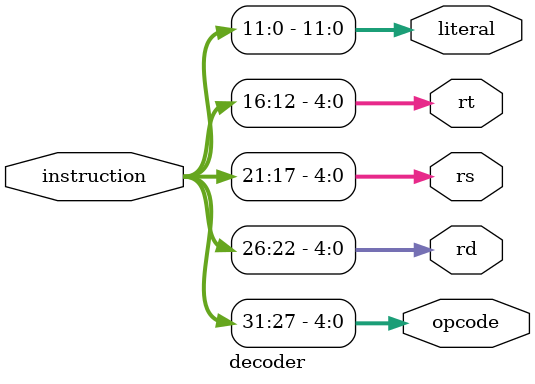
<source format=sv>
module decoder (
    input [31:0] instruction,
    output logic [4:0] opcode,
    output logic [4:0] rd, rs, rt,
    output logic [11:0] literal
);

   always @(*) begin
       opcode = instruction[31:27];
       rd = instruction[26:22];
       rs = instruction[21:17];
       rt = instruction[16:12];
       literal = instruction[11:0];
   end

endmodule
</source>
